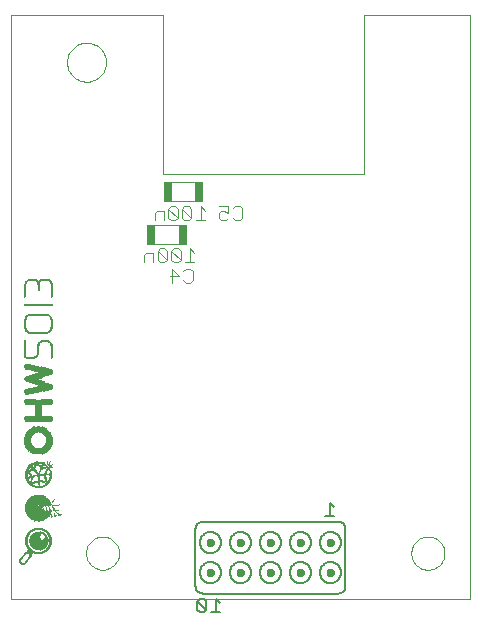
<source format=gbo>
G75*
G70*
%OFA0B0*%
%FSLAX24Y24*%
%IPPOS*%
%LPD*%
%AMOC8*
5,1,8,0,0,1.08239X$1,22.5*
%
%ADD10C,0.0000*%
%ADD11R,0.0010X0.0080*%
%ADD12R,0.0010X0.0120*%
%ADD13R,0.0010X0.0150*%
%ADD14R,0.0010X0.0180*%
%ADD15R,0.0010X0.0200*%
%ADD16R,0.0010X0.0090*%
%ADD17R,0.0010X0.0070*%
%ADD18R,0.0010X0.0060*%
%ADD19R,0.0010X0.0050*%
%ADD20R,0.0010X0.0040*%
%ADD21R,0.0010X0.0030*%
%ADD22R,0.0010X0.0250*%
%ADD23R,0.0010X0.0100*%
%ADD24R,0.0010X0.0600*%
%ADD25R,0.0010X0.0310*%
%ADD26R,0.0010X0.0450*%
%ADD27R,0.0010X0.0130*%
%ADD28R,0.0010X0.0110*%
%ADD29R,0.0010X0.0390*%
%ADD30R,0.0010X0.0480*%
%ADD31R,0.0010X0.0140*%
%ADD32R,0.0010X0.0370*%
%ADD33R,0.0010X0.0440*%
%ADD34R,0.0010X0.0500*%
%ADD35R,0.0010X0.0190*%
%ADD36R,0.0010X0.0230*%
%ADD37R,0.0010X0.0410*%
%ADD38R,0.0010X0.0170*%
%ADD39R,0.0010X0.0160*%
%ADD40R,0.0010X0.0470*%
%ADD41R,0.0010X0.0520*%
%ADD42R,0.0010X0.0270*%
%ADD43R,0.0010X0.0290*%
%ADD44R,0.0010X0.0510*%
%ADD45R,0.0010X0.0330*%
%ADD46R,0.0010X0.0350*%
%ADD47R,0.0010X0.0490*%
%ADD48R,0.0010X0.0380*%
%ADD49R,0.0010X0.0430*%
%ADD50R,0.0010X0.0420*%
%ADD51R,0.0010X0.0550*%
%ADD52R,0.0010X0.0210*%
%ADD53R,0.0010X0.0010*%
%ADD54R,0.0010X0.0570*%
%ADD55R,0.0010X0.0220*%
%ADD56R,0.0010X0.0630*%
%ADD57R,0.0010X0.0650*%
%ADD58R,0.0010X0.0280*%
%ADD59R,0.0010X0.0240*%
%ADD60R,0.0010X0.0670*%
%ADD61R,0.0010X0.0260*%
%ADD62R,0.0010X0.0590*%
%ADD63R,0.0010X0.0690*%
%ADD64R,0.0010X0.0620*%
%ADD65R,0.0010X0.0710*%
%ADD66R,0.0010X0.0640*%
%ADD67R,0.0010X0.0720*%
%ADD68R,0.0010X0.0740*%
%ADD69R,0.0010X0.0760*%
%ADD70R,0.0010X0.0320*%
%ADD71R,0.0010X0.0770*%
%ADD72R,0.0010X0.0300*%
%ADD73R,0.0010X0.0790*%
%ADD74R,0.0010X0.0360*%
%ADD75R,0.0010X0.0340*%
%ADD76R,0.0010X0.0730*%
%ADD77R,0.0010X0.0750*%
%ADD78R,0.0010X0.0400*%
%ADD79R,0.0010X0.0780*%
%ADD80R,0.0010X0.0460*%
%ADD81R,0.0010X0.0800*%
%ADD82R,0.0010X0.0810*%
%ADD83R,0.0010X0.0820*%
%ADD84R,0.0010X0.0830*%
%ADD85R,0.0010X0.0540*%
%ADD86R,0.0010X0.0840*%
%ADD87R,0.0010X0.0560*%
%ADD88R,0.0010X0.0530*%
%ADD89R,0.0010X0.0580*%
%ADD90R,0.0010X0.0020*%
%ADD91R,0.0010X0.0610*%
%ADD92R,0.0295X0.0669*%
%ADD93C,0.0040*%
%ADD94C,0.0060*%
%ADD95C,0.0050*%
%ADD96C,0.0160*%
D10*
X000605Y000776D02*
X000605Y020264D01*
X005648Y020264D01*
X005648Y014949D01*
X012341Y014949D01*
X012341Y020264D01*
X015884Y020264D01*
X015884Y000776D01*
X000605Y000776D01*
X003090Y002312D02*
X003092Y002359D01*
X003098Y002405D01*
X003108Y002451D01*
X003121Y002496D01*
X003139Y002539D01*
X003160Y002581D01*
X003184Y002621D01*
X003212Y002658D01*
X003243Y002693D01*
X003277Y002726D01*
X003313Y002755D01*
X003352Y002781D01*
X003393Y002804D01*
X003436Y002823D01*
X003480Y002839D01*
X003525Y002851D01*
X003571Y002859D01*
X003618Y002863D01*
X003664Y002863D01*
X003711Y002859D01*
X003757Y002851D01*
X003802Y002839D01*
X003846Y002823D01*
X003889Y002804D01*
X003930Y002781D01*
X003969Y002755D01*
X004005Y002726D01*
X004039Y002693D01*
X004070Y002658D01*
X004098Y002621D01*
X004122Y002581D01*
X004143Y002539D01*
X004161Y002496D01*
X004174Y002451D01*
X004184Y002405D01*
X004190Y002359D01*
X004192Y002312D01*
X004190Y002265D01*
X004184Y002219D01*
X004174Y002173D01*
X004161Y002128D01*
X004143Y002085D01*
X004122Y002043D01*
X004098Y002003D01*
X004070Y001966D01*
X004039Y001931D01*
X004005Y001898D01*
X003969Y001869D01*
X003930Y001843D01*
X003889Y001820D01*
X003846Y001801D01*
X003802Y001785D01*
X003757Y001773D01*
X003711Y001765D01*
X003664Y001761D01*
X003618Y001761D01*
X003571Y001765D01*
X003525Y001773D01*
X003480Y001785D01*
X003436Y001801D01*
X003393Y001820D01*
X003352Y001843D01*
X003313Y001869D01*
X003277Y001898D01*
X003243Y001931D01*
X003212Y001966D01*
X003184Y002003D01*
X003160Y002043D01*
X003139Y002085D01*
X003121Y002128D01*
X003108Y002173D01*
X003098Y002219D01*
X003092Y002265D01*
X003090Y002312D01*
X013936Y002311D02*
X013938Y002358D01*
X013944Y002404D01*
X013954Y002450D01*
X013967Y002495D01*
X013985Y002538D01*
X014006Y002580D01*
X014030Y002620D01*
X014058Y002657D01*
X014089Y002692D01*
X014123Y002725D01*
X014159Y002754D01*
X014198Y002780D01*
X014239Y002803D01*
X014282Y002822D01*
X014326Y002838D01*
X014371Y002850D01*
X014417Y002858D01*
X014464Y002862D01*
X014510Y002862D01*
X014557Y002858D01*
X014603Y002850D01*
X014648Y002838D01*
X014692Y002822D01*
X014735Y002803D01*
X014776Y002780D01*
X014815Y002754D01*
X014851Y002725D01*
X014885Y002692D01*
X014916Y002657D01*
X014944Y002620D01*
X014968Y002580D01*
X014989Y002538D01*
X015007Y002495D01*
X015020Y002450D01*
X015030Y002404D01*
X015036Y002358D01*
X015038Y002311D01*
X015036Y002264D01*
X015030Y002218D01*
X015020Y002172D01*
X015007Y002127D01*
X014989Y002084D01*
X014968Y002042D01*
X014944Y002002D01*
X014916Y001965D01*
X014885Y001930D01*
X014851Y001897D01*
X014815Y001868D01*
X014776Y001842D01*
X014735Y001819D01*
X014692Y001800D01*
X014648Y001784D01*
X014603Y001772D01*
X014557Y001764D01*
X014510Y001760D01*
X014464Y001760D01*
X014417Y001764D01*
X014371Y001772D01*
X014326Y001784D01*
X014282Y001800D01*
X014239Y001819D01*
X014198Y001842D01*
X014159Y001868D01*
X014123Y001897D01*
X014089Y001930D01*
X014058Y001965D01*
X014030Y002002D01*
X014006Y002042D01*
X013985Y002084D01*
X013967Y002127D01*
X013954Y002172D01*
X013944Y002218D01*
X013938Y002264D01*
X013936Y002311D01*
X002455Y018676D02*
X002457Y018726D01*
X002463Y018776D01*
X002473Y018826D01*
X002486Y018874D01*
X002503Y018922D01*
X002524Y018968D01*
X002548Y019012D01*
X002576Y019054D01*
X002607Y019094D01*
X002641Y019131D01*
X002678Y019166D01*
X002717Y019197D01*
X002758Y019226D01*
X002802Y019251D01*
X002848Y019273D01*
X002895Y019291D01*
X002943Y019305D01*
X002992Y019316D01*
X003042Y019323D01*
X003092Y019326D01*
X003143Y019325D01*
X003193Y019320D01*
X003243Y019311D01*
X003291Y019299D01*
X003339Y019282D01*
X003385Y019262D01*
X003430Y019239D01*
X003473Y019212D01*
X003513Y019182D01*
X003551Y019149D01*
X003586Y019113D01*
X003619Y019074D01*
X003648Y019033D01*
X003674Y018990D01*
X003697Y018945D01*
X003716Y018898D01*
X003731Y018850D01*
X003743Y018801D01*
X003751Y018751D01*
X003755Y018701D01*
X003755Y018651D01*
X003751Y018601D01*
X003743Y018551D01*
X003731Y018502D01*
X003716Y018454D01*
X003697Y018407D01*
X003674Y018362D01*
X003648Y018319D01*
X003619Y018278D01*
X003586Y018239D01*
X003551Y018203D01*
X003513Y018170D01*
X003473Y018140D01*
X003430Y018113D01*
X003385Y018090D01*
X003339Y018070D01*
X003291Y018053D01*
X003243Y018041D01*
X003193Y018032D01*
X003143Y018027D01*
X003092Y018026D01*
X003042Y018029D01*
X002992Y018036D01*
X002943Y018047D01*
X002895Y018061D01*
X002848Y018079D01*
X002802Y018101D01*
X002758Y018126D01*
X002717Y018155D01*
X002678Y018186D01*
X002641Y018221D01*
X002607Y018258D01*
X002576Y018298D01*
X002548Y018340D01*
X002524Y018384D01*
X002503Y018430D01*
X002486Y018478D01*
X002473Y018526D01*
X002463Y018576D01*
X002457Y018626D01*
X002455Y018676D01*
D11*
X001915Y011381D03*
X001575Y011371D03*
X001125Y011351D03*
X001125Y010191D03*
X001135Y009711D03*
X001145Y009701D03*
X001565Y009321D03*
X001915Y009321D03*
X001915Y009721D03*
X001475Y008891D03*
X001595Y005321D03*
X001605Y005321D03*
X001635Y005311D03*
X001685Y005291D03*
X001695Y005291D03*
X001705Y005281D03*
X001715Y005281D03*
X001585Y005191D03*
X001575Y005201D03*
X001565Y005211D03*
X001555Y005221D03*
X001385Y005301D03*
X001375Y005301D03*
X001365Y005291D03*
X001355Y005291D03*
X001345Y005281D03*
X001335Y005281D03*
X001205Y004981D03*
X001215Y004971D03*
X001295Y004861D03*
X001475Y004981D03*
X001485Y004971D03*
X001325Y004571D03*
X001345Y004561D03*
X001355Y004551D03*
X001365Y004551D03*
X001385Y004541D03*
X001395Y004541D03*
X001415Y004531D03*
X001425Y004531D03*
X001465Y004521D03*
X001475Y004521D03*
X001485Y004521D03*
X001555Y004521D03*
X001845Y004661D03*
X001995Y004011D03*
X002075Y003731D03*
X001665Y003881D03*
X001585Y003811D03*
X001625Y003731D03*
X001615Y003721D03*
X001605Y003111D03*
X001645Y003101D03*
X001665Y003091D03*
X001675Y003091D03*
X001695Y003081D03*
X001715Y003071D03*
X001735Y003061D03*
X001635Y002971D03*
X001445Y003111D03*
X001435Y003111D03*
X001405Y003101D03*
X001375Y003091D03*
X001355Y003081D03*
X001345Y003081D03*
X001335Y003071D03*
X001315Y003061D03*
X001345Y002351D03*
X001355Y002351D03*
X001365Y002341D03*
X001375Y002341D03*
X001395Y002331D03*
X001405Y002331D03*
X001425Y002321D03*
X001435Y002321D03*
X001495Y002311D03*
X001505Y002311D03*
X001515Y002311D03*
X001525Y002311D03*
X001535Y002311D03*
X001545Y002311D03*
X001555Y002311D03*
X001615Y002321D03*
X001645Y002331D03*
X001655Y002331D03*
X001675Y002341D03*
X001685Y002341D03*
X001695Y002351D03*
X001705Y002351D03*
X001715Y002361D03*
X001735Y002371D03*
X001205Y002141D03*
X001075Y002281D03*
X001085Y002291D03*
X001065Y002271D03*
X001035Y002231D03*
X001005Y002191D03*
X000975Y002151D03*
X000895Y002041D03*
X000945Y001981D03*
D12*
X000905Y002041D03*
X001175Y002361D03*
X001205Y002961D03*
X001215Y002971D03*
X001595Y002971D03*
X001835Y002971D03*
X001855Y002941D03*
X001845Y002471D03*
X001835Y002461D03*
X001545Y003681D03*
X001545Y003811D03*
X001255Y004631D03*
X001205Y004681D03*
X001555Y004961D03*
X001615Y005141D03*
X001625Y005161D03*
X001675Y005281D03*
X001495Y005301D03*
X001265Y005221D03*
X001215Y005181D03*
X001205Y005171D03*
X001775Y005031D03*
X001885Y004731D03*
X001075Y007691D03*
X001075Y008521D03*
X001545Y009281D03*
D13*
X001085Y008526D03*
X001095Y008106D03*
X001085Y007686D03*
X001085Y007336D03*
X001085Y006786D03*
X001055Y006066D03*
X001435Y005276D03*
X001285Y005216D03*
X001355Y005126D03*
X001385Y005106D03*
X001565Y004976D03*
X001605Y005136D03*
X001635Y005176D03*
X001775Y004776D03*
X001915Y004796D03*
X001925Y004816D03*
X001315Y004606D03*
X001265Y004646D03*
X001605Y003926D03*
X001515Y003816D03*
X001505Y003816D03*
X001895Y003966D03*
X001895Y003646D03*
X001875Y002906D03*
X001875Y002526D03*
X001305Y002346D03*
X001175Y002526D03*
X001175Y002906D03*
X000915Y002036D03*
X001955Y007856D03*
X001955Y008346D03*
D14*
X001935Y008351D03*
X001935Y007851D03*
X001125Y008101D03*
X001105Y007691D03*
X001105Y007341D03*
X001105Y006791D03*
X001425Y005261D03*
X001305Y005211D03*
X001335Y005141D03*
X001165Y004761D03*
X001275Y004651D03*
X001875Y003981D03*
X001865Y003621D03*
X001885Y002881D03*
X001835Y002721D03*
X001955Y002711D03*
X001885Y002551D03*
X000925Y002041D03*
X001105Y008521D03*
D15*
X001125Y008521D03*
X001135Y008521D03*
X001155Y008101D03*
X001135Y007691D03*
X001125Y007691D03*
X001125Y007341D03*
X001125Y006791D03*
X001915Y006791D03*
X001915Y007341D03*
X001915Y008351D03*
X001985Y006071D03*
X001165Y005081D03*
X001095Y004921D03*
X001575Y004151D03*
X001585Y004141D03*
X001455Y003821D03*
X001845Y003611D03*
X000935Y002041D03*
D16*
X000945Y002106D03*
X000955Y002126D03*
X000965Y002136D03*
X000985Y002166D03*
X000995Y002176D03*
X001015Y002206D03*
X001025Y002216D03*
X001045Y002246D03*
X001055Y002256D03*
X001215Y002156D03*
X001195Y002126D03*
X001185Y002116D03*
X001175Y002106D03*
X001165Y002086D03*
X001155Y002076D03*
X001145Y002066D03*
X001135Y002046D03*
X001125Y002036D03*
X001115Y002026D03*
X001105Y002006D03*
X001095Y001996D03*
X001085Y001986D03*
X001335Y002356D03*
X001725Y002366D03*
X001745Y002376D03*
X001755Y002386D03*
X001765Y002396D03*
X001775Y002396D03*
X001785Y002406D03*
X001795Y002416D03*
X001625Y002976D03*
X001615Y002976D03*
X001705Y003076D03*
X001725Y003066D03*
X001745Y003056D03*
X001755Y003046D03*
X001765Y003036D03*
X001325Y003066D03*
X001305Y003056D03*
X001295Y003046D03*
X001285Y003036D03*
X001275Y003036D03*
X001265Y003026D03*
X001255Y003016D03*
X001605Y003716D03*
X001645Y003746D03*
X001575Y003806D03*
X001925Y003946D03*
X002065Y003736D03*
X001825Y004646D03*
X001855Y004676D03*
X001705Y004906D03*
X001575Y005036D03*
X001465Y004996D03*
X001455Y005006D03*
X001285Y004866D03*
X001335Y004566D03*
X001085Y004926D03*
X001465Y005316D03*
X001065Y008106D03*
X001555Y009306D03*
X001125Y009726D03*
X001925Y009736D03*
X001925Y009306D03*
X001925Y010176D03*
X001925Y011366D03*
X001495Y011356D03*
D17*
X001485Y011376D03*
X001475Y011386D03*
X001465Y011396D03*
X001155Y011386D03*
X001145Y011376D03*
X001135Y011366D03*
X001145Y010216D03*
X001135Y010206D03*
X001155Y009696D03*
X001165Y009686D03*
X001575Y009336D03*
X001585Y009346D03*
X001895Y009346D03*
X001905Y009336D03*
X001905Y009706D03*
X001915Y010196D03*
X001905Y010206D03*
X001465Y008876D03*
X001455Y008866D03*
X001445Y008856D03*
X001985Y007856D03*
X001985Y007336D03*
X001985Y006786D03*
X001585Y005326D03*
X001575Y005326D03*
X001565Y005326D03*
X001555Y005326D03*
X001545Y005326D03*
X001535Y005326D03*
X001525Y005326D03*
X001525Y005246D03*
X001535Y005236D03*
X001545Y005226D03*
X001615Y005316D03*
X001625Y005316D03*
X001665Y005146D03*
X001805Y005196D03*
X001885Y005126D03*
X001885Y005266D03*
X001395Y005306D03*
X001225Y004956D03*
X001235Y004946D03*
X001245Y004936D03*
X001235Y004836D03*
X001205Y004826D03*
X001195Y004826D03*
X001185Y004826D03*
X001375Y004546D03*
X001405Y004536D03*
X001435Y004526D03*
X001445Y004526D03*
X001455Y004526D03*
X001495Y004516D03*
X001505Y004516D03*
X001515Y004516D03*
X001525Y004516D03*
X001535Y004516D03*
X001715Y004556D03*
X001735Y004566D03*
X002005Y004026D03*
X001895Y003776D03*
X002055Y003756D03*
X002085Y003726D03*
X001655Y003746D03*
X001595Y003806D03*
X001595Y003116D03*
X001585Y003116D03*
X001575Y003116D03*
X001565Y003116D03*
X001555Y003116D03*
X001545Y003116D03*
X001535Y003116D03*
X001525Y003116D03*
X001515Y003116D03*
X001505Y003116D03*
X001495Y003116D03*
X001485Y003116D03*
X001475Y003116D03*
X001465Y003116D03*
X001455Y003116D03*
X001425Y003106D03*
X001415Y003106D03*
X001395Y003096D03*
X001385Y003096D03*
X001365Y003086D03*
X001615Y003106D03*
X001625Y003106D03*
X001635Y003106D03*
X001655Y003096D03*
X001685Y003086D03*
X001655Y002976D03*
X001645Y002976D03*
X001745Y002916D03*
X001665Y002336D03*
X001635Y002326D03*
X001625Y002326D03*
X001605Y002316D03*
X001595Y002316D03*
X001585Y002316D03*
X001575Y002316D03*
X001565Y002316D03*
X001485Y002316D03*
X001475Y002316D03*
X001465Y002316D03*
X001455Y002316D03*
X001445Y002316D03*
X001415Y002326D03*
X001385Y002336D03*
X001095Y002306D03*
X001075Y001976D03*
X001065Y001966D03*
X000955Y001966D03*
X001085Y002716D03*
D18*
X001115Y002321D03*
X001125Y002321D03*
X001105Y002311D03*
X001055Y001961D03*
X001045Y001951D03*
X001035Y001951D03*
X000985Y001951D03*
X000975Y001951D03*
X000965Y001961D03*
X001665Y002971D03*
X001675Y002971D03*
X001695Y002961D03*
X001715Y002951D03*
X001725Y002941D03*
X001735Y002931D03*
X002065Y003561D03*
X002055Y003571D03*
X002095Y003721D03*
X002045Y003771D03*
X001945Y003711D03*
X001885Y003791D03*
X001785Y003791D03*
X001675Y003881D03*
X001605Y003811D03*
X001935Y003931D03*
X001665Y004531D03*
X001655Y004531D03*
X001675Y004541D03*
X001685Y004541D03*
X001695Y004551D03*
X001705Y004551D03*
X001725Y004561D03*
X001745Y004571D03*
X001765Y004581D03*
X001775Y004651D03*
X001835Y004641D03*
X001905Y004931D03*
X001895Y005101D03*
X001845Y005131D03*
X001835Y005111D03*
X001795Y005071D03*
X001695Y005151D03*
X001685Y005151D03*
X001675Y005151D03*
X001845Y005261D03*
X001835Y005281D03*
X001895Y005291D03*
X001695Y004921D03*
X001635Y004931D03*
X001625Y004931D03*
X001615Y004931D03*
X001605Y004931D03*
X001595Y004931D03*
X001585Y004931D03*
X001575Y004931D03*
X001305Y005081D03*
X001285Y005071D03*
X001275Y005071D03*
X001265Y005071D03*
X001225Y005061D03*
X001255Y004921D03*
X001255Y004841D03*
X001245Y004841D03*
X001225Y004831D03*
X001215Y004831D03*
X001995Y006071D03*
X001985Y008351D03*
X001435Y008851D03*
X001415Y008841D03*
X001385Y008831D03*
X001595Y009351D03*
X001605Y009361D03*
X001615Y009361D03*
X001635Y009371D03*
X001805Y009381D03*
X001845Y009371D03*
X001865Y009361D03*
X001875Y009361D03*
X001885Y009351D03*
X001795Y009661D03*
X001865Y009681D03*
X001885Y009691D03*
X001895Y009701D03*
X001895Y010221D03*
X001885Y010221D03*
X001875Y010231D03*
X001855Y010241D03*
X001215Y010251D03*
X001185Y010241D03*
X001165Y010231D03*
X001155Y010221D03*
X001175Y009681D03*
X001185Y009671D03*
X001195Y009671D03*
X001225Y009661D03*
X001235Y009661D03*
X001245Y009661D03*
X001165Y011391D03*
X001175Y011401D03*
X001255Y011421D03*
X001265Y011421D03*
X001275Y011421D03*
X001285Y011421D03*
X001295Y011421D03*
X001305Y011421D03*
X001315Y011421D03*
X001325Y011421D03*
X001335Y011421D03*
X001345Y011421D03*
X001355Y011421D03*
X001365Y011421D03*
X001375Y011421D03*
X001385Y011421D03*
X001435Y011411D03*
X001455Y011401D03*
X001585Y011381D03*
X001595Y011391D03*
X001605Y011401D03*
X001615Y011401D03*
X001635Y011411D03*
X001685Y011421D03*
X001695Y011421D03*
X001705Y011421D03*
X001715Y011421D03*
X001725Y011421D03*
X001735Y011421D03*
X001745Y011421D03*
X001755Y011421D03*
X001765Y011421D03*
X001775Y011421D03*
X001785Y011421D03*
X001795Y011421D03*
X001805Y011421D03*
X001815Y011421D03*
X001895Y011401D03*
X001905Y011391D03*
D19*
X001885Y011406D03*
X001875Y011406D03*
X001865Y011416D03*
X001855Y011416D03*
X001845Y011416D03*
X001835Y011416D03*
X001825Y011416D03*
X001675Y011416D03*
X001665Y011416D03*
X001655Y011416D03*
X001645Y011416D03*
X001625Y011406D03*
X001445Y011406D03*
X001425Y011416D03*
X001415Y011416D03*
X001405Y011416D03*
X001395Y011416D03*
X001245Y011416D03*
X001235Y011416D03*
X001225Y011416D03*
X001215Y011416D03*
X001205Y011416D03*
X001195Y011406D03*
X001185Y011406D03*
X001185Y010576D03*
X001195Y010576D03*
X001205Y010576D03*
X001215Y010576D03*
X001225Y010576D03*
X001235Y010576D03*
X001245Y010576D03*
X001255Y010576D03*
X001265Y010576D03*
X001275Y010576D03*
X001285Y010576D03*
X001295Y010576D03*
X001305Y010576D03*
X001315Y010576D03*
X001325Y010576D03*
X001335Y010576D03*
X001345Y010576D03*
X001355Y010576D03*
X001365Y010576D03*
X001375Y010576D03*
X001385Y010576D03*
X001395Y010576D03*
X001405Y010576D03*
X001415Y010576D03*
X001425Y010576D03*
X001435Y010576D03*
X001445Y010576D03*
X001455Y010576D03*
X001465Y010576D03*
X001475Y010576D03*
X001485Y010576D03*
X001495Y010576D03*
X001505Y010576D03*
X001515Y010576D03*
X001525Y010576D03*
X001535Y010576D03*
X001545Y010576D03*
X001555Y010576D03*
X001565Y010576D03*
X001575Y010576D03*
X001585Y010576D03*
X001595Y010576D03*
X001605Y010576D03*
X001615Y010576D03*
X001625Y010576D03*
X001635Y010576D03*
X001645Y010576D03*
X001655Y010576D03*
X001665Y010576D03*
X001675Y010576D03*
X001685Y010576D03*
X001695Y010576D03*
X001705Y010576D03*
X001715Y010576D03*
X001725Y010576D03*
X001735Y010576D03*
X001745Y010576D03*
X001755Y010576D03*
X001765Y010576D03*
X001775Y010576D03*
X001785Y010576D03*
X001795Y010576D03*
X001805Y010576D03*
X001815Y010576D03*
X001825Y010576D03*
X001835Y010576D03*
X001845Y010576D03*
X001855Y010576D03*
X001865Y010576D03*
X001875Y010576D03*
X001885Y010576D03*
X001895Y010576D03*
X001905Y010576D03*
X001915Y010576D03*
X001925Y010576D03*
X001935Y010576D03*
X001945Y010576D03*
X001955Y010576D03*
X001965Y010576D03*
X001975Y010576D03*
X001985Y010576D03*
X001825Y010256D03*
X001815Y010256D03*
X001805Y010256D03*
X001795Y010256D03*
X001785Y010256D03*
X001775Y010256D03*
X001765Y010256D03*
X001755Y010256D03*
X001745Y010256D03*
X001735Y010256D03*
X001725Y010256D03*
X001715Y010256D03*
X001705Y010256D03*
X001695Y010256D03*
X001685Y010256D03*
X001675Y010256D03*
X001665Y010256D03*
X001655Y010256D03*
X001645Y010256D03*
X001635Y010256D03*
X001625Y010256D03*
X001615Y010256D03*
X001605Y010256D03*
X001595Y010256D03*
X001585Y010256D03*
X001575Y010256D03*
X001565Y010256D03*
X001555Y010256D03*
X001545Y010256D03*
X001535Y010256D03*
X001525Y010256D03*
X001515Y010256D03*
X001505Y010256D03*
X001495Y010256D03*
X001485Y010256D03*
X001475Y010256D03*
X001465Y010256D03*
X001455Y010256D03*
X001445Y010256D03*
X001435Y010256D03*
X001425Y010256D03*
X001415Y010256D03*
X001405Y010256D03*
X001395Y010256D03*
X001385Y010256D03*
X001375Y010256D03*
X001365Y010256D03*
X001355Y010256D03*
X001345Y010256D03*
X001335Y010256D03*
X001325Y010256D03*
X001315Y010256D03*
X001305Y010256D03*
X001295Y010256D03*
X001285Y010256D03*
X001275Y010256D03*
X001265Y010256D03*
X001255Y010256D03*
X001245Y010256D03*
X001235Y010256D03*
X001225Y010256D03*
X001205Y010246D03*
X001195Y010246D03*
X001175Y010236D03*
X001175Y010576D03*
X001165Y010576D03*
X001155Y010576D03*
X001145Y010576D03*
X001135Y010576D03*
X001125Y010576D03*
X001115Y010576D03*
X001105Y010576D03*
X001095Y010576D03*
X001085Y010576D03*
X001075Y010576D03*
X001065Y010576D03*
X001205Y009666D03*
X001215Y009666D03*
X001255Y009656D03*
X001265Y009656D03*
X001275Y009656D03*
X001285Y009656D03*
X001295Y009656D03*
X001305Y009656D03*
X001315Y009656D03*
X001325Y009656D03*
X001335Y009656D03*
X001345Y009656D03*
X001355Y009656D03*
X001365Y009656D03*
X001375Y009656D03*
X001385Y009656D03*
X001395Y009656D03*
X001405Y009656D03*
X001415Y009656D03*
X001425Y009656D03*
X001435Y009656D03*
X001445Y009656D03*
X001455Y009656D03*
X001465Y009656D03*
X001475Y009656D03*
X001485Y009656D03*
X001495Y009656D03*
X001505Y009656D03*
X001515Y009656D03*
X001525Y009656D03*
X001535Y009656D03*
X001545Y009656D03*
X001555Y009656D03*
X001565Y009656D03*
X001575Y009656D03*
X001585Y009656D03*
X001595Y009656D03*
X001605Y009656D03*
X001615Y009656D03*
X001625Y009656D03*
X001635Y009656D03*
X001645Y009656D03*
X001655Y009656D03*
X001665Y009656D03*
X001675Y009656D03*
X001685Y009656D03*
X001695Y009656D03*
X001705Y009656D03*
X001715Y009656D03*
X001725Y009656D03*
X001735Y009656D03*
X001745Y009656D03*
X001755Y009656D03*
X001765Y009656D03*
X001775Y009656D03*
X001785Y009656D03*
X001805Y009666D03*
X001815Y009666D03*
X001825Y009666D03*
X001835Y009666D03*
X001845Y009676D03*
X001855Y009676D03*
X001875Y009686D03*
X001795Y009386D03*
X001785Y009386D03*
X001775Y009386D03*
X001765Y009386D03*
X001755Y009386D03*
X001745Y009386D03*
X001735Y009386D03*
X001725Y009386D03*
X001715Y009386D03*
X001705Y009386D03*
X001695Y009386D03*
X001685Y009386D03*
X001675Y009376D03*
X001665Y009376D03*
X001655Y009376D03*
X001645Y009376D03*
X001625Y009366D03*
X001815Y009376D03*
X001825Y009376D03*
X001835Y009376D03*
X001855Y009366D03*
X001425Y008846D03*
X001405Y008836D03*
X001395Y008836D03*
X001375Y008826D03*
X001365Y008826D03*
X001355Y008826D03*
X001345Y008826D03*
X001335Y008826D03*
X001325Y008826D03*
X001315Y008826D03*
X001305Y008826D03*
X001295Y008826D03*
X001285Y008826D03*
X001275Y008826D03*
X001265Y008826D03*
X001255Y008826D03*
X001245Y008826D03*
X001235Y008826D03*
X001225Y008826D03*
X001215Y008826D03*
X001205Y008826D03*
X001195Y008826D03*
X001185Y008826D03*
X001175Y008826D03*
X001165Y008826D03*
X001155Y008826D03*
X001145Y008826D03*
X001135Y008826D03*
X001125Y008826D03*
X001115Y008826D03*
X001835Y010246D03*
X001845Y010246D03*
X001865Y010236D03*
X001055Y006786D03*
X001725Y005256D03*
X001725Y005156D03*
X001735Y005156D03*
X001715Y005156D03*
X001705Y005156D03*
X001815Y005196D03*
X001825Y005196D03*
X001835Y005196D03*
X001895Y005196D03*
X001905Y005196D03*
X001915Y005196D03*
X001875Y005136D03*
X001855Y005136D03*
X001855Y005256D03*
X001875Y005256D03*
X001895Y004936D03*
X001915Y004936D03*
X001655Y004926D03*
X001645Y004926D03*
X001585Y004716D03*
X001575Y004716D03*
X001565Y004716D03*
X001555Y004716D03*
X001605Y004706D03*
X001615Y004706D03*
X001635Y004526D03*
X001645Y004526D03*
X001625Y004516D03*
X001615Y004516D03*
X001755Y004576D03*
X001775Y004586D03*
X001385Y004666D03*
X001375Y004666D03*
X001365Y004666D03*
X001345Y004656D03*
X001335Y004656D03*
X001325Y004656D03*
X001335Y004866D03*
X001345Y004866D03*
X001295Y005076D03*
X001255Y005066D03*
X001245Y005066D03*
X001235Y005066D03*
X001215Y005056D03*
X001205Y005056D03*
X002025Y004046D03*
X002015Y004036D03*
X002025Y003796D03*
X002035Y003786D03*
X001875Y003816D03*
X001775Y003816D03*
X001665Y003736D03*
X001625Y003806D03*
X001615Y003806D03*
X001945Y003546D03*
X002075Y003556D03*
X002195Y003596D03*
X002205Y003586D03*
X002215Y003586D03*
X002225Y003586D03*
X001705Y002956D03*
X001685Y002966D03*
X001225Y002716D03*
X001155Y002326D03*
X001145Y002326D03*
X001135Y002326D03*
X001025Y001946D03*
X001015Y001946D03*
X001005Y001946D03*
X000995Y001946D03*
D20*
X001275Y002231D03*
X002085Y003551D03*
X002045Y003601D03*
X002175Y003611D03*
X002185Y003601D03*
X002235Y003581D03*
X002245Y003581D03*
X002105Y003721D03*
X002015Y003811D03*
X001685Y003881D03*
X001575Y004501D03*
X001565Y004501D03*
X001585Y004511D03*
X001595Y004511D03*
X001605Y004511D03*
X001665Y004691D03*
X001675Y004691D03*
X001685Y004691D03*
X001655Y004701D03*
X001645Y004701D03*
X001635Y004701D03*
X001625Y004701D03*
X001595Y004711D03*
X001485Y004691D03*
X001445Y004681D03*
X001435Y004681D03*
X001425Y004681D03*
X001415Y004671D03*
X001405Y004671D03*
X001395Y004671D03*
X001355Y004661D03*
X001325Y004861D03*
X001355Y004871D03*
X001365Y004871D03*
X001375Y004871D03*
X001395Y004881D03*
X001405Y004881D03*
X001665Y004931D03*
X001675Y004931D03*
X001685Y004931D03*
X001825Y005081D03*
X001905Y005071D03*
X001965Y004921D03*
X001825Y005311D03*
X001905Y005321D03*
X001735Y005241D03*
X001745Y005161D03*
X001725Y004681D03*
X001055Y007341D03*
X001055Y007691D03*
X001055Y008521D03*
D21*
X001055Y008106D03*
X001815Y005336D03*
X001915Y005346D03*
X001865Y005246D03*
X001925Y005216D03*
X001935Y005216D03*
X001935Y005176D03*
X001925Y005176D03*
X001955Y005166D03*
X001865Y005146D03*
X001795Y005176D03*
X001795Y005216D03*
X001775Y005226D03*
X001755Y005226D03*
X001745Y005236D03*
X001755Y005166D03*
X001805Y005086D03*
X001815Y005056D03*
X001915Y005006D03*
X001825Y004926D03*
X001815Y004926D03*
X001805Y004926D03*
X001795Y004926D03*
X001785Y004926D03*
X001775Y004926D03*
X001715Y004686D03*
X001705Y004686D03*
X001695Y004686D03*
X001735Y004676D03*
X001745Y004676D03*
X001755Y004676D03*
X001765Y004676D03*
X001515Y004696D03*
X001505Y004696D03*
X001495Y004696D03*
X001475Y004686D03*
X001465Y004686D03*
X001455Y004686D03*
X001435Y004886D03*
X001425Y004886D03*
X001415Y004886D03*
X001445Y004896D03*
X001455Y004896D03*
X001465Y004896D03*
X001385Y004876D03*
X002035Y004056D03*
X002075Y003896D03*
X002085Y003896D03*
X002095Y003896D03*
X002105Y003886D03*
X002005Y003826D03*
X001945Y003916D03*
X001855Y003856D03*
X001865Y003836D03*
X001765Y003846D03*
X001955Y003716D03*
X002115Y003716D03*
X002155Y003626D03*
X002165Y003616D03*
X002095Y003546D03*
X001975Y003516D03*
X001155Y002376D03*
D22*
X001205Y002406D03*
X001945Y002716D03*
X001565Y003496D03*
X001555Y003496D03*
X001635Y004106D03*
X001625Y004116D03*
X001295Y004676D03*
X001745Y004896D03*
X001695Y005746D03*
X001685Y005746D03*
X001705Y005756D03*
X001355Y005746D03*
X001335Y005756D03*
X001065Y006066D03*
X001335Y006376D03*
X001345Y006386D03*
X001695Y006386D03*
X001705Y006376D03*
X001825Y007866D03*
X001825Y008346D03*
X001835Y008346D03*
X001235Y008106D03*
X001225Y008106D03*
X001985Y009956D03*
D23*
X001485Y008911D03*
X001065Y008521D03*
X001065Y007691D03*
X001065Y007341D03*
X001065Y006791D03*
X001455Y005311D03*
X001475Y005311D03*
X001585Y005061D03*
X001445Y005021D03*
X001435Y005031D03*
X001425Y005041D03*
X001495Y004941D03*
X001275Y004871D03*
X001235Y004641D03*
X001245Y004631D03*
X001235Y005201D03*
X001245Y005211D03*
X001255Y005221D03*
X001785Y005051D03*
X001865Y004691D03*
X001565Y003811D03*
X001595Y003711D03*
X001585Y003701D03*
X001935Y003701D03*
X001955Y003561D03*
X001775Y003031D03*
X001785Y003021D03*
X001795Y003011D03*
X001805Y003001D03*
X001815Y002991D03*
X001605Y002971D03*
X001845Y002721D03*
X001325Y002351D03*
X001165Y002351D03*
X001245Y003001D03*
X001115Y011331D03*
X001565Y011351D03*
D24*
X001105Y009101D03*
X001095Y009101D03*
X001085Y009101D03*
X001075Y009101D03*
X001065Y009101D03*
X001155Y006071D03*
X001445Y002721D03*
X001455Y002721D03*
X001465Y002721D03*
D25*
X001695Y002606D03*
X001705Y002616D03*
X001725Y002626D03*
X001935Y002716D03*
X001665Y003546D03*
X001805Y003626D03*
X001755Y004026D03*
X001455Y004086D03*
X001445Y004086D03*
X001415Y003536D03*
X001405Y003536D03*
X001265Y002716D03*
X001755Y004896D03*
X001075Y006066D03*
X001725Y007866D03*
X001735Y007866D03*
X001335Y008106D03*
X001325Y008106D03*
X001725Y008336D03*
X001735Y008336D03*
X001065Y009956D03*
D26*
X001065Y011066D03*
X001105Y006066D03*
X001145Y004926D03*
X001145Y002716D03*
X001905Y002716D03*
D27*
X001865Y002506D03*
X001855Y002486D03*
X001845Y002956D03*
X001525Y003666D03*
X001535Y003676D03*
X001535Y003816D03*
X001645Y003886D03*
X001195Y004696D03*
X001315Y004816D03*
X001265Y004876D03*
X001195Y005016D03*
X001195Y005156D03*
X001365Y005116D03*
X001375Y005106D03*
X001445Y005296D03*
X001505Y005296D03*
X001925Y004976D03*
X001075Y006786D03*
X001075Y007336D03*
X001085Y008106D03*
X001965Y008346D03*
X001965Y007856D03*
X001935Y009276D03*
X001935Y010146D03*
X001935Y011336D03*
X001195Y002946D03*
X001315Y002346D03*
D28*
X001805Y002426D03*
X001815Y002436D03*
X001825Y002446D03*
X001825Y002986D03*
X001965Y003566D03*
X001915Y003956D03*
X001655Y003886D03*
X001555Y003816D03*
X001565Y003696D03*
X001575Y003696D03*
X001555Y003686D03*
X001235Y002996D03*
X001225Y002986D03*
X001225Y004656D03*
X001215Y004666D03*
X001415Y005056D03*
X001225Y005196D03*
X001485Y005306D03*
X001715Y004896D03*
X001875Y004716D03*
X001815Y004646D03*
X001805Y004636D03*
X001975Y006786D03*
X001975Y007336D03*
X001975Y007856D03*
X001975Y008346D03*
X001075Y008106D03*
X001115Y009746D03*
X001115Y010166D03*
D29*
X001075Y009956D03*
X001505Y009076D03*
X001595Y008326D03*
X001465Y008106D03*
X001455Y008106D03*
X001585Y007876D03*
X001595Y007876D03*
X001605Y007876D03*
X001955Y006066D03*
X001125Y003806D03*
X001705Y003606D03*
X001585Y002606D03*
D30*
X001335Y002721D03*
X001155Y002711D03*
X001155Y004921D03*
X001975Y009041D03*
X001945Y009961D03*
X001075Y011081D03*
D31*
X001505Y011331D03*
X001935Y009771D03*
X001965Y007341D03*
X001965Y006791D03*
X001665Y005271D03*
X001515Y005291D03*
X001275Y005221D03*
X001185Y004711D03*
X001895Y004751D03*
X001905Y004771D03*
X001905Y003961D03*
X001925Y003701D03*
X001625Y003911D03*
X001615Y003921D03*
X001525Y003811D03*
X001085Y003811D03*
X001185Y002931D03*
X001585Y002961D03*
X001865Y002921D03*
D32*
X001925Y002716D03*
X001605Y002596D03*
X001285Y002716D03*
X001125Y002716D03*
X001515Y003546D03*
X001695Y003586D03*
X001555Y004066D03*
X001545Y004066D03*
X001085Y006066D03*
X001615Y007876D03*
X001625Y007876D03*
X001435Y008106D03*
X001425Y008106D03*
X001635Y008336D03*
D33*
X001525Y007881D03*
X001085Y009961D03*
X001315Y002721D03*
X001755Y002721D03*
D34*
X001345Y002721D03*
X001925Y006071D03*
X001965Y009051D03*
X001085Y011091D03*
D35*
X001115Y008526D03*
X001135Y008106D03*
X001145Y008106D03*
X001115Y007686D03*
X001115Y007336D03*
X001115Y006786D03*
X001915Y007856D03*
X001925Y007856D03*
X001925Y008346D03*
X001925Y007336D03*
X001935Y007336D03*
X001935Y006786D03*
X001925Y006786D03*
X001595Y005126D03*
X001955Y004926D03*
X001865Y003986D03*
X001855Y003616D03*
X001465Y003816D03*
X001095Y002716D03*
D36*
X001525Y003476D03*
X001535Y003486D03*
X001835Y004006D03*
X001825Y004016D03*
X001605Y004126D03*
X001515Y004856D03*
X001655Y005226D03*
X001635Y005716D03*
X001625Y005716D03*
X001645Y005726D03*
X001655Y005726D03*
X001395Y005726D03*
X001385Y005726D03*
X001375Y005736D03*
X001385Y006406D03*
X001395Y006416D03*
X001405Y006416D03*
X001435Y006426D03*
X001635Y006416D03*
X001655Y006406D03*
X001675Y006396D03*
X001855Y007856D03*
X001865Y007856D03*
X001865Y008346D03*
X001875Y008346D03*
X001855Y008346D03*
X001205Y008106D03*
X001195Y008106D03*
X001095Y003806D03*
D37*
X001135Y002716D03*
X001915Y002716D03*
X001095Y006066D03*
X001555Y007876D03*
X001565Y007876D03*
X001495Y008106D03*
X001485Y008106D03*
X001555Y008326D03*
X001565Y008326D03*
X001965Y009956D03*
D38*
X001945Y008346D03*
X001945Y007856D03*
X001945Y007336D03*
X001945Y006786D03*
X001095Y006786D03*
X001095Y007336D03*
X001115Y008106D03*
X001295Y005216D03*
X001575Y003956D03*
X001585Y003946D03*
X001495Y003816D03*
X001485Y003816D03*
X001885Y003976D03*
X001915Y003696D03*
X001875Y003626D03*
X001165Y002886D03*
X001165Y002546D03*
X001275Y002356D03*
X001285Y002346D03*
X001295Y002346D03*
D39*
X001235Y002721D03*
X001575Y002951D03*
X001885Y003641D03*
X001595Y003941D03*
X001795Y004651D03*
X001725Y004891D03*
X001505Y004901D03*
X001345Y005131D03*
X001955Y006791D03*
X001955Y007341D03*
X001095Y007691D03*
X001105Y008101D03*
X001095Y008521D03*
D40*
X001095Y009956D03*
X001935Y006066D03*
X001145Y003806D03*
X001895Y002716D03*
D41*
X001365Y002721D03*
X001165Y003811D03*
X001125Y006071D03*
X001955Y009061D03*
X001095Y011101D03*
X001105Y011111D03*
D42*
X001795Y008346D03*
X001795Y007866D03*
X001785Y007866D03*
X001275Y008106D03*
X001265Y008106D03*
X001315Y006366D03*
X001735Y006356D03*
X001975Y006066D03*
X001725Y005776D03*
X001315Y005776D03*
X001305Y005786D03*
X001325Y005186D03*
X001105Y004926D03*
X001395Y004096D03*
X001635Y003826D03*
X001785Y004026D03*
X001815Y003616D03*
X001785Y003586D03*
X001775Y003586D03*
X001765Y003576D03*
X001585Y003506D03*
X001255Y002716D03*
X001105Y002716D03*
X001265Y002316D03*
D43*
X001625Y003526D03*
X001735Y003566D03*
X001775Y004026D03*
X001675Y004076D03*
X001415Y004096D03*
X001105Y003806D03*
X001525Y004806D03*
X001745Y005796D03*
X001295Y005796D03*
X001755Y006336D03*
X001295Y006346D03*
X001745Y007866D03*
X001755Y007866D03*
X001765Y007866D03*
X001765Y008336D03*
X001305Y008106D03*
X001295Y008106D03*
D44*
X001105Y009956D03*
X001965Y011096D03*
X001545Y004736D03*
X001355Y002716D03*
D45*
X001115Y002716D03*
X001645Y002596D03*
X001655Y002596D03*
X001665Y002596D03*
X001435Y003536D03*
X001685Y003566D03*
X001715Y003576D03*
X001475Y004086D03*
X001465Y004086D03*
X001115Y004926D03*
X001965Y006066D03*
X001775Y006306D03*
X001695Y007866D03*
X001365Y008106D03*
X001355Y008106D03*
X001685Y008336D03*
X001695Y008336D03*
X001705Y008336D03*
X001545Y011206D03*
X001525Y011206D03*
D46*
X001655Y008336D03*
X001665Y008336D03*
X001675Y008336D03*
X001395Y008106D03*
X001385Y008106D03*
X001655Y007876D03*
X001775Y005836D03*
X001265Y005846D03*
X001765Y004896D03*
X001515Y004076D03*
X001505Y004076D03*
X001495Y003546D03*
X001485Y003546D03*
X001115Y003806D03*
X001795Y002716D03*
X001625Y002596D03*
X001615Y002596D03*
X001235Y002316D03*
D47*
X001155Y003806D03*
X001115Y006066D03*
X001975Y011086D03*
D48*
X001535Y009141D03*
X001605Y008331D03*
X001615Y008331D03*
X001625Y008331D03*
X001445Y008101D03*
X001125Y004921D03*
X001535Y004771D03*
X001565Y004061D03*
X001785Y002721D03*
X001595Y002601D03*
X001225Y002311D03*
D49*
X001135Y003806D03*
X001945Y006066D03*
X001535Y008326D03*
X001525Y008326D03*
D50*
X001545Y008331D03*
X001505Y008101D03*
X001535Y007881D03*
X001545Y007881D03*
X001985Y009021D03*
X001985Y011061D03*
X001135Y004921D03*
X001305Y002721D03*
X001575Y002621D03*
X001765Y002721D03*
D51*
X001445Y003646D03*
X001175Y003806D03*
X001135Y006066D03*
X001905Y006066D03*
X001945Y011116D03*
D52*
X001435Y008456D03*
X001475Y008446D03*
X001515Y008436D03*
X001515Y008216D03*
X001515Y007996D03*
X001485Y007766D03*
X001355Y007736D03*
X001315Y007726D03*
X001185Y007696D03*
X001145Y007686D03*
X001145Y007336D03*
X001155Y007336D03*
X001165Y007336D03*
X001175Y007336D03*
X001185Y007336D03*
X001195Y007336D03*
X001205Y007336D03*
X001215Y007336D03*
X001225Y007336D03*
X001235Y007336D03*
X001245Y007336D03*
X001255Y007336D03*
X001265Y007336D03*
X001275Y007336D03*
X001285Y007336D03*
X001295Y007336D03*
X001305Y007336D03*
X001315Y007336D03*
X001325Y007336D03*
X001335Y007336D03*
X001345Y007336D03*
X001355Y007336D03*
X001365Y007336D03*
X001375Y007336D03*
X001385Y007336D03*
X001395Y007336D03*
X001405Y007336D03*
X001415Y007336D03*
X001425Y007336D03*
X001135Y007336D03*
X001135Y006786D03*
X001145Y006786D03*
X001155Y006786D03*
X001165Y006786D03*
X001175Y006786D03*
X001185Y006786D03*
X001195Y006786D03*
X001205Y006786D03*
X001215Y006786D03*
X001225Y006786D03*
X001235Y006786D03*
X001245Y006786D03*
X001255Y006786D03*
X001265Y006786D03*
X001275Y006786D03*
X001285Y006786D03*
X001295Y006786D03*
X001305Y006786D03*
X001315Y006786D03*
X001325Y006786D03*
X001335Y006786D03*
X001345Y006786D03*
X001355Y006786D03*
X001365Y006786D03*
X001375Y006786D03*
X001385Y006786D03*
X001395Y006786D03*
X001405Y006786D03*
X001415Y006786D03*
X001425Y006786D03*
X001635Y006786D03*
X001645Y006786D03*
X001655Y006786D03*
X001665Y006786D03*
X001675Y006786D03*
X001685Y006786D03*
X001695Y006786D03*
X001705Y006786D03*
X001715Y006786D03*
X001725Y006786D03*
X001735Y006786D03*
X001745Y006786D03*
X001755Y006786D03*
X001765Y006786D03*
X001775Y006786D03*
X001785Y006786D03*
X001795Y006786D03*
X001805Y006786D03*
X001815Y006786D03*
X001825Y006786D03*
X001835Y006786D03*
X001845Y006786D03*
X001855Y006786D03*
X001865Y006786D03*
X001875Y006786D03*
X001885Y006786D03*
X001895Y006786D03*
X001905Y006786D03*
X001555Y006436D03*
X001545Y006436D03*
X001535Y006436D03*
X001525Y006436D03*
X001515Y006436D03*
X001505Y006436D03*
X001495Y006436D03*
X001485Y006436D03*
X001465Y005706D03*
X001455Y005706D03*
X001585Y005706D03*
X001415Y005246D03*
X001395Y005126D03*
X001735Y004896D03*
X001175Y004756D03*
X001595Y004136D03*
X001855Y003996D03*
X001905Y003696D03*
X001835Y003606D03*
X001845Y007336D03*
X001855Y007336D03*
X001865Y007336D03*
X001875Y007336D03*
X001885Y007336D03*
X001895Y007336D03*
X001905Y007336D03*
X001835Y007336D03*
X001825Y007336D03*
X001815Y007336D03*
X001805Y007336D03*
X001795Y007336D03*
X001785Y007336D03*
X001775Y007336D03*
X001765Y007336D03*
X001755Y007336D03*
X001745Y007336D03*
X001735Y007336D03*
X001725Y007336D03*
X001715Y007336D03*
X001705Y007336D03*
X001695Y007336D03*
X001685Y007336D03*
X001675Y007336D03*
X001665Y007336D03*
X001655Y007336D03*
X001645Y007336D03*
X001635Y007336D03*
X001885Y007856D03*
X001895Y007856D03*
X001905Y007856D03*
X001905Y008346D03*
X001895Y008346D03*
X001885Y008346D03*
X001185Y008516D03*
X001145Y008526D03*
X001165Y008106D03*
X001175Y008106D03*
D53*
X001725Y005306D03*
X001735Y005306D03*
X001845Y004926D03*
X001855Y004926D03*
X001865Y004926D03*
X001875Y004926D03*
X001885Y004926D03*
X001995Y005146D03*
X002005Y005146D03*
X001975Y005156D03*
X001975Y005236D03*
X001995Y005246D03*
X002005Y005246D03*
X002225Y003906D03*
X002205Y003896D03*
X002195Y003896D03*
X002185Y003896D03*
X002165Y003886D03*
X002155Y003886D03*
X002145Y003886D03*
X002005Y003886D03*
X001995Y003886D03*
X001985Y003886D03*
X002015Y003706D03*
X002025Y003706D03*
X002035Y003706D03*
X002145Y003716D03*
X002155Y003716D03*
X002165Y003716D03*
X002175Y003716D03*
X002185Y003716D03*
X002195Y003716D03*
X002135Y003636D03*
X002115Y003536D03*
X002285Y003576D03*
X001145Y002376D03*
D54*
X001395Y003666D03*
X001185Y003806D03*
X001145Y006066D03*
D55*
X001405Y005721D03*
X001415Y005721D03*
X001425Y005711D03*
X001435Y005711D03*
X001445Y005711D03*
X001475Y005701D03*
X001485Y005701D03*
X001495Y005701D03*
X001505Y005701D03*
X001515Y005701D03*
X001525Y005701D03*
X001535Y005701D03*
X001545Y005701D03*
X001555Y005701D03*
X001565Y005701D03*
X001575Y005701D03*
X001595Y005711D03*
X001605Y005711D03*
X001615Y005711D03*
X001175Y005081D03*
X001285Y004661D03*
X001785Y004681D03*
X001435Y003821D03*
X001245Y002721D03*
X001415Y006421D03*
X001425Y006421D03*
X001445Y006431D03*
X001455Y006431D03*
X001465Y006431D03*
X001475Y006431D03*
X001565Y006431D03*
X001575Y006431D03*
X001585Y006431D03*
X001595Y006431D03*
X001605Y006421D03*
X001615Y006421D03*
X001625Y006421D03*
X001645Y006411D03*
X001395Y007741D03*
X001385Y007741D03*
X001375Y007741D03*
X001365Y007741D03*
X001345Y007731D03*
X001335Y007731D03*
X001325Y007731D03*
X001305Y007721D03*
X001295Y007721D03*
X001285Y007721D03*
X001275Y007721D03*
X001265Y007711D03*
X001255Y007711D03*
X001245Y007711D03*
X001235Y007711D03*
X001225Y007701D03*
X001215Y007701D03*
X001205Y007701D03*
X001195Y007701D03*
X001175Y007691D03*
X001165Y007691D03*
X001155Y007691D03*
X001405Y007751D03*
X001415Y007751D03*
X001425Y007751D03*
X001435Y007751D03*
X001445Y007761D03*
X001455Y007761D03*
X001465Y007761D03*
X001475Y007761D03*
X001495Y007771D03*
X001505Y007771D03*
X001515Y007771D03*
X001875Y007861D03*
X001505Y008441D03*
X001495Y008441D03*
X001485Y008441D03*
X001465Y008451D03*
X001455Y008451D03*
X001445Y008451D03*
X001425Y008461D03*
X001415Y008461D03*
X001405Y008461D03*
X001395Y008461D03*
X001385Y008471D03*
X001375Y008471D03*
X001365Y008471D03*
X001355Y008471D03*
X001345Y008481D03*
X001335Y008481D03*
X001325Y008481D03*
X001315Y008481D03*
X001305Y008491D03*
X001295Y008491D03*
X001285Y008491D03*
X001275Y008491D03*
X001265Y008501D03*
X001255Y008501D03*
X001245Y008501D03*
X001235Y008501D03*
X001225Y008511D03*
X001215Y008511D03*
X001205Y008511D03*
X001195Y008511D03*
X001175Y008521D03*
X001165Y008521D03*
X001155Y008521D03*
X001185Y008101D03*
D56*
X001165Y006066D03*
X001875Y006066D03*
D57*
X001865Y006066D03*
X001175Y006066D03*
X001225Y003806D03*
D58*
X001595Y003511D03*
X001605Y003511D03*
X001615Y003521D03*
X001745Y003571D03*
X001755Y003571D03*
X001665Y004081D03*
X001655Y004091D03*
X001815Y002721D03*
X001185Y002431D03*
X001735Y005781D03*
X001745Y006341D03*
X001305Y006351D03*
X001775Y007861D03*
X001775Y008341D03*
X001785Y008341D03*
X001285Y008101D03*
D59*
X001215Y008101D03*
X001835Y007861D03*
X001845Y007861D03*
X001845Y008341D03*
X001665Y006401D03*
X001685Y006391D03*
X001375Y006401D03*
X001365Y006401D03*
X001355Y006391D03*
X001345Y005751D03*
X001365Y005741D03*
X001665Y005731D03*
X001675Y005741D03*
X001645Y005231D03*
X001185Y005081D03*
X001615Y004121D03*
X001815Y004021D03*
X001845Y003991D03*
X001825Y003611D03*
X001545Y003491D03*
X001415Y003821D03*
X001825Y002721D03*
X001215Y002391D03*
D60*
X001235Y003806D03*
X001185Y006066D03*
X001855Y006066D03*
D61*
X001715Y005761D03*
X001325Y005771D03*
X001315Y005181D03*
X001945Y004921D03*
X001645Y004101D03*
X001795Y004021D03*
X001805Y004021D03*
X001575Y003501D03*
X001195Y002421D03*
X001325Y006371D03*
X001715Y006371D03*
X001725Y006361D03*
X001805Y007861D03*
X001815Y007861D03*
X001815Y008341D03*
X001805Y008341D03*
X001255Y008101D03*
X001245Y008101D03*
D62*
X001895Y006066D03*
X001195Y003806D03*
X001435Y002716D03*
D63*
X001245Y003806D03*
X001195Y006066D03*
X001845Y006066D03*
D64*
X001205Y003811D03*
X001475Y002721D03*
X001485Y002721D03*
X001495Y002721D03*
X001505Y002721D03*
X001515Y002721D03*
X001525Y002721D03*
X001535Y002721D03*
X001545Y002721D03*
X001555Y002721D03*
X001565Y002721D03*
D65*
X001255Y003806D03*
X001205Y006066D03*
X001835Y006066D03*
D66*
X001215Y003811D03*
D67*
X001265Y003811D03*
X001215Y006071D03*
D68*
X001225Y006071D03*
D69*
X001235Y006071D03*
X001805Y006071D03*
X001625Y007061D03*
X001615Y007061D03*
X001605Y007061D03*
X001595Y007061D03*
X001585Y007061D03*
X001575Y007061D03*
X001565Y007061D03*
X001555Y007061D03*
X001545Y007061D03*
X001535Y007061D03*
X001525Y007061D03*
X001515Y007061D03*
X001505Y007061D03*
X001495Y007061D03*
X001485Y007061D03*
X001475Y007061D03*
X001465Y007061D03*
X001455Y007061D03*
X001445Y007061D03*
X001435Y007061D03*
X001295Y003811D03*
D70*
X001425Y003541D03*
X001715Y004041D03*
X001725Y004041D03*
X001935Y004921D03*
X001765Y005821D03*
X001275Y005821D03*
X001275Y006311D03*
X001705Y007871D03*
X001715Y007871D03*
X001345Y008101D03*
X001715Y008341D03*
X001535Y011201D03*
X001805Y002721D03*
X001745Y002651D03*
X001735Y002641D03*
X001715Y002621D03*
X001685Y002601D03*
X001675Y002601D03*
X001245Y002311D03*
D71*
X001305Y003806D03*
X001245Y006066D03*
X001795Y006066D03*
D72*
X001765Y006321D03*
X001755Y005801D03*
X001285Y005811D03*
X001285Y006331D03*
X001315Y008101D03*
X001745Y008341D03*
X001755Y008341D03*
X001435Y004091D03*
X001685Y004071D03*
X001735Y004041D03*
X001745Y004041D03*
X001765Y004031D03*
X001725Y003561D03*
X001655Y003541D03*
X001645Y003531D03*
X001635Y003531D03*
X001255Y002311D03*
D73*
X001325Y003806D03*
X001255Y006066D03*
X001785Y006066D03*
D74*
X001265Y006291D03*
X001635Y007871D03*
X001645Y007871D03*
X001415Y008101D03*
X001405Y008101D03*
X001645Y008331D03*
X001495Y009051D03*
X001975Y009961D03*
X001535Y004071D03*
X001525Y004071D03*
X001505Y003551D03*
X001675Y003571D03*
D75*
X001795Y003631D03*
X001465Y003541D03*
X001455Y003541D03*
X001485Y004081D03*
X001495Y004081D03*
X001695Y004041D03*
X001705Y004041D03*
X001305Y004711D03*
X001405Y005181D03*
X001275Y002721D03*
X001635Y002591D03*
X001665Y007871D03*
X001675Y007871D03*
X001685Y007871D03*
X001375Y008101D03*
X001515Y011211D03*
X001555Y011221D03*
D76*
X001825Y006066D03*
X001275Y003806D03*
D77*
X001285Y003806D03*
X001815Y006066D03*
D78*
X001575Y007881D03*
X001475Y008101D03*
X001575Y008331D03*
X001585Y008331D03*
X001515Y009101D03*
X001525Y009121D03*
X001295Y002721D03*
X001775Y002721D03*
D79*
X001315Y003811D03*
D80*
X001325Y002721D03*
X001955Y009961D03*
D81*
X001335Y003811D03*
D82*
X001345Y003806D03*
D83*
X001355Y003811D03*
D84*
X001365Y003806D03*
X001375Y003806D03*
D85*
X001475Y003641D03*
X001385Y002721D03*
X001375Y002721D03*
D86*
X001385Y003811D03*
D87*
X001395Y002721D03*
X001405Y002721D03*
D88*
X001405Y003966D03*
X001425Y003976D03*
X001915Y006066D03*
X001945Y009066D03*
X001955Y011106D03*
D89*
X001425Y002721D03*
X001415Y002721D03*
D90*
X002105Y003541D03*
X002145Y003631D03*
X002135Y003711D03*
X002125Y003711D03*
X002055Y003701D03*
X002045Y003701D03*
X001965Y003701D03*
X001995Y003841D03*
X001985Y003861D03*
X002015Y003891D03*
X002025Y003891D03*
X002035Y003891D03*
X002045Y003891D03*
X002055Y003891D03*
X002065Y003891D03*
X002115Y003881D03*
X002125Y003881D03*
X002135Y003881D03*
X002175Y003891D03*
X002045Y004071D03*
X002255Y003581D03*
X002265Y003581D03*
X002275Y003581D03*
X001765Y004631D03*
X001835Y004921D03*
X001915Y005051D03*
X001965Y005161D03*
X001985Y005151D03*
X001945Y005171D03*
X001945Y005221D03*
X001955Y005231D03*
X001965Y005231D03*
X001985Y005241D03*
X001785Y005221D03*
X001765Y005231D03*
X001775Y005171D03*
X001785Y005171D03*
X001765Y005161D03*
X001485Y004901D03*
X001475Y004901D03*
D91*
X001885Y006066D03*
D92*
X005263Y012933D03*
X006308Y012932D03*
X005809Y014366D03*
X006854Y014365D03*
D93*
X006712Y014675D02*
X005952Y014675D01*
X005952Y014056D02*
X006712Y014056D01*
X006525Y013876D02*
X006371Y013876D01*
X006294Y013799D01*
X006601Y013492D01*
X006525Y013415D01*
X006371Y013415D01*
X006294Y013492D01*
X006294Y013799D01*
X006141Y013799D02*
X006064Y013876D01*
X005911Y013876D01*
X005834Y013799D01*
X006141Y013492D01*
X006064Y013415D01*
X005911Y013415D01*
X005834Y013492D01*
X005834Y013799D01*
X005681Y013722D02*
X005450Y013722D01*
X005374Y013646D01*
X005374Y013415D01*
X005406Y013242D02*
X006165Y013242D01*
X006141Y013492D02*
X006141Y013799D01*
X006525Y013876D02*
X006601Y013799D01*
X006601Y013492D01*
X006755Y013415D02*
X007062Y013415D01*
X006908Y013415D02*
X006908Y013876D01*
X007062Y013722D01*
X007525Y013650D02*
X007525Y013496D01*
X007602Y013420D01*
X007755Y013420D01*
X007832Y013496D01*
X007985Y013496D02*
X008062Y013420D01*
X008216Y013420D01*
X008292Y013496D01*
X008292Y013803D01*
X008216Y013880D01*
X008062Y013880D01*
X007985Y013803D01*
X007832Y013880D02*
X007832Y013650D01*
X007679Y013727D01*
X007602Y013727D01*
X007525Y013650D01*
X007525Y013880D02*
X007832Y013880D01*
X006550Y012475D02*
X006703Y012322D01*
X006550Y012475D02*
X006550Y012015D01*
X006703Y012015D02*
X006396Y012015D01*
X006243Y012092D02*
X005936Y012399D01*
X005936Y012092D01*
X006013Y012015D01*
X006166Y012015D01*
X006243Y012092D01*
X006243Y012399D01*
X006166Y012475D01*
X006013Y012475D01*
X005936Y012399D01*
X005782Y012399D02*
X005782Y012092D01*
X005475Y012399D01*
X005475Y012092D01*
X005552Y012015D01*
X005706Y012015D01*
X005782Y012092D01*
X005782Y012399D02*
X005706Y012475D01*
X005552Y012475D01*
X005475Y012399D01*
X005322Y012322D02*
X005092Y012322D01*
X005015Y012245D01*
X005015Y012015D01*
X005322Y012015D02*
X005322Y012322D01*
X005406Y012623D02*
X006165Y012623D01*
X005950Y011788D02*
X006180Y011558D01*
X005873Y011558D01*
X005950Y011788D02*
X005950Y011327D01*
X006334Y011404D02*
X006410Y011327D01*
X006564Y011327D01*
X006641Y011404D01*
X006641Y011711D01*
X006564Y011788D01*
X006410Y011788D01*
X006334Y011711D01*
X005681Y013415D02*
X005681Y013722D01*
D94*
X006989Y003366D02*
X011489Y003366D01*
X011519Y003364D01*
X011549Y003359D01*
X011578Y003350D01*
X011605Y003337D01*
X011631Y003322D01*
X011655Y003303D01*
X011676Y003282D01*
X011695Y003258D01*
X011710Y003232D01*
X011723Y003205D01*
X011732Y003176D01*
X011737Y003146D01*
X011739Y003116D01*
X011739Y001216D01*
X011737Y001186D01*
X011732Y001156D01*
X011723Y001127D01*
X011710Y001100D01*
X011695Y001074D01*
X011676Y001050D01*
X011655Y001029D01*
X011631Y001010D01*
X011605Y000995D01*
X011578Y000982D01*
X011549Y000973D01*
X011519Y000968D01*
X011489Y000966D01*
X006989Y000966D01*
X006959Y000968D01*
X006929Y000973D01*
X006900Y000982D01*
X006873Y000995D01*
X006847Y001010D01*
X006823Y001029D01*
X006802Y001050D01*
X006783Y001074D01*
X006768Y001100D01*
X006755Y001127D01*
X006746Y001156D01*
X006741Y001186D01*
X006739Y001216D01*
X006739Y003116D01*
X006741Y003146D01*
X006746Y003176D01*
X006755Y003205D01*
X006768Y003232D01*
X006783Y003258D01*
X006802Y003282D01*
X006823Y003303D01*
X006847Y003322D01*
X006873Y003337D01*
X006900Y003350D01*
X006929Y003359D01*
X006959Y003364D01*
X006989Y003366D01*
X006889Y002666D02*
X006891Y002703D01*
X006897Y002740D01*
X006907Y002776D01*
X006920Y002811D01*
X006937Y002844D01*
X006958Y002875D01*
X006982Y002903D01*
X007009Y002929D01*
X007038Y002952D01*
X007069Y002972D01*
X007103Y002988D01*
X007138Y003001D01*
X007174Y003010D01*
X007211Y003015D01*
X007248Y003016D01*
X007285Y003013D01*
X007322Y003006D01*
X007358Y002995D01*
X007392Y002981D01*
X007425Y002963D01*
X007455Y002941D01*
X007483Y002917D01*
X007508Y002889D01*
X007531Y002859D01*
X007550Y002827D01*
X007565Y002793D01*
X007577Y002758D01*
X007585Y002722D01*
X007589Y002685D01*
X007589Y002647D01*
X007585Y002610D01*
X007577Y002574D01*
X007565Y002539D01*
X007550Y002505D01*
X007531Y002473D01*
X007508Y002443D01*
X007483Y002415D01*
X007455Y002391D01*
X007425Y002369D01*
X007392Y002351D01*
X007358Y002337D01*
X007322Y002326D01*
X007285Y002319D01*
X007248Y002316D01*
X007211Y002317D01*
X007174Y002322D01*
X007138Y002331D01*
X007103Y002344D01*
X007069Y002360D01*
X007038Y002380D01*
X007009Y002403D01*
X006982Y002429D01*
X006958Y002457D01*
X006937Y002488D01*
X006920Y002521D01*
X006907Y002556D01*
X006897Y002592D01*
X006891Y002629D01*
X006889Y002666D01*
X006889Y001666D02*
X006891Y001703D01*
X006897Y001740D01*
X006907Y001776D01*
X006920Y001811D01*
X006937Y001844D01*
X006958Y001875D01*
X006982Y001903D01*
X007009Y001929D01*
X007038Y001952D01*
X007069Y001972D01*
X007103Y001988D01*
X007138Y002001D01*
X007174Y002010D01*
X007211Y002015D01*
X007248Y002016D01*
X007285Y002013D01*
X007322Y002006D01*
X007358Y001995D01*
X007392Y001981D01*
X007425Y001963D01*
X007455Y001941D01*
X007483Y001917D01*
X007508Y001889D01*
X007531Y001859D01*
X007550Y001827D01*
X007565Y001793D01*
X007577Y001758D01*
X007585Y001722D01*
X007589Y001685D01*
X007589Y001647D01*
X007585Y001610D01*
X007577Y001574D01*
X007565Y001539D01*
X007550Y001505D01*
X007531Y001473D01*
X007508Y001443D01*
X007483Y001415D01*
X007455Y001391D01*
X007425Y001369D01*
X007392Y001351D01*
X007358Y001337D01*
X007322Y001326D01*
X007285Y001319D01*
X007248Y001316D01*
X007211Y001317D01*
X007174Y001322D01*
X007138Y001331D01*
X007103Y001344D01*
X007069Y001360D01*
X007038Y001380D01*
X007009Y001403D01*
X006982Y001429D01*
X006958Y001457D01*
X006937Y001488D01*
X006920Y001521D01*
X006907Y001556D01*
X006897Y001592D01*
X006891Y001629D01*
X006889Y001666D01*
X007889Y001666D02*
X007891Y001703D01*
X007897Y001740D01*
X007907Y001776D01*
X007920Y001811D01*
X007937Y001844D01*
X007958Y001875D01*
X007982Y001903D01*
X008009Y001929D01*
X008038Y001952D01*
X008069Y001972D01*
X008103Y001988D01*
X008138Y002001D01*
X008174Y002010D01*
X008211Y002015D01*
X008248Y002016D01*
X008285Y002013D01*
X008322Y002006D01*
X008358Y001995D01*
X008392Y001981D01*
X008425Y001963D01*
X008455Y001941D01*
X008483Y001917D01*
X008508Y001889D01*
X008531Y001859D01*
X008550Y001827D01*
X008565Y001793D01*
X008577Y001758D01*
X008585Y001722D01*
X008589Y001685D01*
X008589Y001647D01*
X008585Y001610D01*
X008577Y001574D01*
X008565Y001539D01*
X008550Y001505D01*
X008531Y001473D01*
X008508Y001443D01*
X008483Y001415D01*
X008455Y001391D01*
X008425Y001369D01*
X008392Y001351D01*
X008358Y001337D01*
X008322Y001326D01*
X008285Y001319D01*
X008248Y001316D01*
X008211Y001317D01*
X008174Y001322D01*
X008138Y001331D01*
X008103Y001344D01*
X008069Y001360D01*
X008038Y001380D01*
X008009Y001403D01*
X007982Y001429D01*
X007958Y001457D01*
X007937Y001488D01*
X007920Y001521D01*
X007907Y001556D01*
X007897Y001592D01*
X007891Y001629D01*
X007889Y001666D01*
X007889Y002666D02*
X007891Y002703D01*
X007897Y002740D01*
X007907Y002776D01*
X007920Y002811D01*
X007937Y002844D01*
X007958Y002875D01*
X007982Y002903D01*
X008009Y002929D01*
X008038Y002952D01*
X008069Y002972D01*
X008103Y002988D01*
X008138Y003001D01*
X008174Y003010D01*
X008211Y003015D01*
X008248Y003016D01*
X008285Y003013D01*
X008322Y003006D01*
X008358Y002995D01*
X008392Y002981D01*
X008425Y002963D01*
X008455Y002941D01*
X008483Y002917D01*
X008508Y002889D01*
X008531Y002859D01*
X008550Y002827D01*
X008565Y002793D01*
X008577Y002758D01*
X008585Y002722D01*
X008589Y002685D01*
X008589Y002647D01*
X008585Y002610D01*
X008577Y002574D01*
X008565Y002539D01*
X008550Y002505D01*
X008531Y002473D01*
X008508Y002443D01*
X008483Y002415D01*
X008455Y002391D01*
X008425Y002369D01*
X008392Y002351D01*
X008358Y002337D01*
X008322Y002326D01*
X008285Y002319D01*
X008248Y002316D01*
X008211Y002317D01*
X008174Y002322D01*
X008138Y002331D01*
X008103Y002344D01*
X008069Y002360D01*
X008038Y002380D01*
X008009Y002403D01*
X007982Y002429D01*
X007958Y002457D01*
X007937Y002488D01*
X007920Y002521D01*
X007907Y002556D01*
X007897Y002592D01*
X007891Y002629D01*
X007889Y002666D01*
X008889Y002666D02*
X008891Y002703D01*
X008897Y002740D01*
X008907Y002776D01*
X008920Y002811D01*
X008937Y002844D01*
X008958Y002875D01*
X008982Y002903D01*
X009009Y002929D01*
X009038Y002952D01*
X009069Y002972D01*
X009103Y002988D01*
X009138Y003001D01*
X009174Y003010D01*
X009211Y003015D01*
X009248Y003016D01*
X009285Y003013D01*
X009322Y003006D01*
X009358Y002995D01*
X009392Y002981D01*
X009425Y002963D01*
X009455Y002941D01*
X009483Y002917D01*
X009508Y002889D01*
X009531Y002859D01*
X009550Y002827D01*
X009565Y002793D01*
X009577Y002758D01*
X009585Y002722D01*
X009589Y002685D01*
X009589Y002647D01*
X009585Y002610D01*
X009577Y002574D01*
X009565Y002539D01*
X009550Y002505D01*
X009531Y002473D01*
X009508Y002443D01*
X009483Y002415D01*
X009455Y002391D01*
X009425Y002369D01*
X009392Y002351D01*
X009358Y002337D01*
X009322Y002326D01*
X009285Y002319D01*
X009248Y002316D01*
X009211Y002317D01*
X009174Y002322D01*
X009138Y002331D01*
X009103Y002344D01*
X009069Y002360D01*
X009038Y002380D01*
X009009Y002403D01*
X008982Y002429D01*
X008958Y002457D01*
X008937Y002488D01*
X008920Y002521D01*
X008907Y002556D01*
X008897Y002592D01*
X008891Y002629D01*
X008889Y002666D01*
X008889Y001666D02*
X008891Y001703D01*
X008897Y001740D01*
X008907Y001776D01*
X008920Y001811D01*
X008937Y001844D01*
X008958Y001875D01*
X008982Y001903D01*
X009009Y001929D01*
X009038Y001952D01*
X009069Y001972D01*
X009103Y001988D01*
X009138Y002001D01*
X009174Y002010D01*
X009211Y002015D01*
X009248Y002016D01*
X009285Y002013D01*
X009322Y002006D01*
X009358Y001995D01*
X009392Y001981D01*
X009425Y001963D01*
X009455Y001941D01*
X009483Y001917D01*
X009508Y001889D01*
X009531Y001859D01*
X009550Y001827D01*
X009565Y001793D01*
X009577Y001758D01*
X009585Y001722D01*
X009589Y001685D01*
X009589Y001647D01*
X009585Y001610D01*
X009577Y001574D01*
X009565Y001539D01*
X009550Y001505D01*
X009531Y001473D01*
X009508Y001443D01*
X009483Y001415D01*
X009455Y001391D01*
X009425Y001369D01*
X009392Y001351D01*
X009358Y001337D01*
X009322Y001326D01*
X009285Y001319D01*
X009248Y001316D01*
X009211Y001317D01*
X009174Y001322D01*
X009138Y001331D01*
X009103Y001344D01*
X009069Y001360D01*
X009038Y001380D01*
X009009Y001403D01*
X008982Y001429D01*
X008958Y001457D01*
X008937Y001488D01*
X008920Y001521D01*
X008907Y001556D01*
X008897Y001592D01*
X008891Y001629D01*
X008889Y001666D01*
X009889Y001666D02*
X009891Y001703D01*
X009897Y001740D01*
X009907Y001776D01*
X009920Y001811D01*
X009937Y001844D01*
X009958Y001875D01*
X009982Y001903D01*
X010009Y001929D01*
X010038Y001952D01*
X010069Y001972D01*
X010103Y001988D01*
X010138Y002001D01*
X010174Y002010D01*
X010211Y002015D01*
X010248Y002016D01*
X010285Y002013D01*
X010322Y002006D01*
X010358Y001995D01*
X010392Y001981D01*
X010425Y001963D01*
X010455Y001941D01*
X010483Y001917D01*
X010508Y001889D01*
X010531Y001859D01*
X010550Y001827D01*
X010565Y001793D01*
X010577Y001758D01*
X010585Y001722D01*
X010589Y001685D01*
X010589Y001647D01*
X010585Y001610D01*
X010577Y001574D01*
X010565Y001539D01*
X010550Y001505D01*
X010531Y001473D01*
X010508Y001443D01*
X010483Y001415D01*
X010455Y001391D01*
X010425Y001369D01*
X010392Y001351D01*
X010358Y001337D01*
X010322Y001326D01*
X010285Y001319D01*
X010248Y001316D01*
X010211Y001317D01*
X010174Y001322D01*
X010138Y001331D01*
X010103Y001344D01*
X010069Y001360D01*
X010038Y001380D01*
X010009Y001403D01*
X009982Y001429D01*
X009958Y001457D01*
X009937Y001488D01*
X009920Y001521D01*
X009907Y001556D01*
X009897Y001592D01*
X009891Y001629D01*
X009889Y001666D01*
X009889Y002666D02*
X009891Y002703D01*
X009897Y002740D01*
X009907Y002776D01*
X009920Y002811D01*
X009937Y002844D01*
X009958Y002875D01*
X009982Y002903D01*
X010009Y002929D01*
X010038Y002952D01*
X010069Y002972D01*
X010103Y002988D01*
X010138Y003001D01*
X010174Y003010D01*
X010211Y003015D01*
X010248Y003016D01*
X010285Y003013D01*
X010322Y003006D01*
X010358Y002995D01*
X010392Y002981D01*
X010425Y002963D01*
X010455Y002941D01*
X010483Y002917D01*
X010508Y002889D01*
X010531Y002859D01*
X010550Y002827D01*
X010565Y002793D01*
X010577Y002758D01*
X010585Y002722D01*
X010589Y002685D01*
X010589Y002647D01*
X010585Y002610D01*
X010577Y002574D01*
X010565Y002539D01*
X010550Y002505D01*
X010531Y002473D01*
X010508Y002443D01*
X010483Y002415D01*
X010455Y002391D01*
X010425Y002369D01*
X010392Y002351D01*
X010358Y002337D01*
X010322Y002326D01*
X010285Y002319D01*
X010248Y002316D01*
X010211Y002317D01*
X010174Y002322D01*
X010138Y002331D01*
X010103Y002344D01*
X010069Y002360D01*
X010038Y002380D01*
X010009Y002403D01*
X009982Y002429D01*
X009958Y002457D01*
X009937Y002488D01*
X009920Y002521D01*
X009907Y002556D01*
X009897Y002592D01*
X009891Y002629D01*
X009889Y002666D01*
X010889Y002666D02*
X010891Y002703D01*
X010897Y002740D01*
X010907Y002776D01*
X010920Y002811D01*
X010937Y002844D01*
X010958Y002875D01*
X010982Y002903D01*
X011009Y002929D01*
X011038Y002952D01*
X011069Y002972D01*
X011103Y002988D01*
X011138Y003001D01*
X011174Y003010D01*
X011211Y003015D01*
X011248Y003016D01*
X011285Y003013D01*
X011322Y003006D01*
X011358Y002995D01*
X011392Y002981D01*
X011425Y002963D01*
X011455Y002941D01*
X011483Y002917D01*
X011508Y002889D01*
X011531Y002859D01*
X011550Y002827D01*
X011565Y002793D01*
X011577Y002758D01*
X011585Y002722D01*
X011589Y002685D01*
X011589Y002647D01*
X011585Y002610D01*
X011577Y002574D01*
X011565Y002539D01*
X011550Y002505D01*
X011531Y002473D01*
X011508Y002443D01*
X011483Y002415D01*
X011455Y002391D01*
X011425Y002369D01*
X011392Y002351D01*
X011358Y002337D01*
X011322Y002326D01*
X011285Y002319D01*
X011248Y002316D01*
X011211Y002317D01*
X011174Y002322D01*
X011138Y002331D01*
X011103Y002344D01*
X011069Y002360D01*
X011038Y002380D01*
X011009Y002403D01*
X010982Y002429D01*
X010958Y002457D01*
X010937Y002488D01*
X010920Y002521D01*
X010907Y002556D01*
X010897Y002592D01*
X010891Y002629D01*
X010889Y002666D01*
X010889Y001666D02*
X010891Y001703D01*
X010897Y001740D01*
X010907Y001776D01*
X010920Y001811D01*
X010937Y001844D01*
X010958Y001875D01*
X010982Y001903D01*
X011009Y001929D01*
X011038Y001952D01*
X011069Y001972D01*
X011103Y001988D01*
X011138Y002001D01*
X011174Y002010D01*
X011211Y002015D01*
X011248Y002016D01*
X011285Y002013D01*
X011322Y002006D01*
X011358Y001995D01*
X011392Y001981D01*
X011425Y001963D01*
X011455Y001941D01*
X011483Y001917D01*
X011508Y001889D01*
X011531Y001859D01*
X011550Y001827D01*
X011565Y001793D01*
X011577Y001758D01*
X011585Y001722D01*
X011589Y001685D01*
X011589Y001647D01*
X011585Y001610D01*
X011577Y001574D01*
X011565Y001539D01*
X011550Y001505D01*
X011531Y001473D01*
X011508Y001443D01*
X011483Y001415D01*
X011455Y001391D01*
X011425Y001369D01*
X011392Y001351D01*
X011358Y001337D01*
X011322Y001326D01*
X011285Y001319D01*
X011248Y001316D01*
X011211Y001317D01*
X011174Y001322D01*
X011138Y001331D01*
X011103Y001344D01*
X011069Y001360D01*
X011038Y001380D01*
X011009Y001403D01*
X010982Y001429D01*
X010958Y001457D01*
X010937Y001488D01*
X010920Y001521D01*
X010907Y001556D01*
X010897Y001592D01*
X010891Y001629D01*
X010889Y001666D01*
D95*
X011063Y003541D02*
X011364Y003541D01*
X011213Y003541D02*
X011213Y003991D01*
X011364Y003841D01*
X007564Y000641D02*
X007413Y000791D01*
X007413Y000341D01*
X007263Y000341D02*
X007564Y000341D01*
X007103Y000416D02*
X006803Y000716D01*
X006803Y000416D01*
X006878Y000341D01*
X007028Y000341D01*
X007103Y000416D01*
X007103Y000716D01*
X007028Y000791D01*
X006878Y000791D01*
X006803Y000716D01*
D96*
X007189Y001666D02*
X007191Y001679D01*
X007196Y001692D01*
X007205Y001703D01*
X007216Y001710D01*
X007229Y001715D01*
X007242Y001716D01*
X007256Y001713D01*
X007268Y001707D01*
X007278Y001698D01*
X007285Y001686D01*
X007289Y001673D01*
X007289Y001659D01*
X007285Y001646D01*
X007278Y001634D01*
X007268Y001625D01*
X007256Y001619D01*
X007242Y001616D01*
X007229Y001617D01*
X007216Y001622D01*
X007205Y001629D01*
X007196Y001640D01*
X007191Y001653D01*
X007189Y001666D01*
X007189Y002666D02*
X007191Y002679D01*
X007196Y002692D01*
X007205Y002703D01*
X007216Y002710D01*
X007229Y002715D01*
X007242Y002716D01*
X007256Y002713D01*
X007268Y002707D01*
X007278Y002698D01*
X007285Y002686D01*
X007289Y002673D01*
X007289Y002659D01*
X007285Y002646D01*
X007278Y002634D01*
X007268Y002625D01*
X007256Y002619D01*
X007242Y002616D01*
X007229Y002617D01*
X007216Y002622D01*
X007205Y002629D01*
X007196Y002640D01*
X007191Y002653D01*
X007189Y002666D01*
X008189Y002666D02*
X008191Y002679D01*
X008196Y002692D01*
X008205Y002703D01*
X008216Y002710D01*
X008229Y002715D01*
X008242Y002716D01*
X008256Y002713D01*
X008268Y002707D01*
X008278Y002698D01*
X008285Y002686D01*
X008289Y002673D01*
X008289Y002659D01*
X008285Y002646D01*
X008278Y002634D01*
X008268Y002625D01*
X008256Y002619D01*
X008242Y002616D01*
X008229Y002617D01*
X008216Y002622D01*
X008205Y002629D01*
X008196Y002640D01*
X008191Y002653D01*
X008189Y002666D01*
X008189Y001666D02*
X008191Y001679D01*
X008196Y001692D01*
X008205Y001703D01*
X008216Y001710D01*
X008229Y001715D01*
X008242Y001716D01*
X008256Y001713D01*
X008268Y001707D01*
X008278Y001698D01*
X008285Y001686D01*
X008289Y001673D01*
X008289Y001659D01*
X008285Y001646D01*
X008278Y001634D01*
X008268Y001625D01*
X008256Y001619D01*
X008242Y001616D01*
X008229Y001617D01*
X008216Y001622D01*
X008205Y001629D01*
X008196Y001640D01*
X008191Y001653D01*
X008189Y001666D01*
X009189Y001666D02*
X009191Y001679D01*
X009196Y001692D01*
X009205Y001703D01*
X009216Y001710D01*
X009229Y001715D01*
X009242Y001716D01*
X009256Y001713D01*
X009268Y001707D01*
X009278Y001698D01*
X009285Y001686D01*
X009289Y001673D01*
X009289Y001659D01*
X009285Y001646D01*
X009278Y001634D01*
X009268Y001625D01*
X009256Y001619D01*
X009242Y001616D01*
X009229Y001617D01*
X009216Y001622D01*
X009205Y001629D01*
X009196Y001640D01*
X009191Y001653D01*
X009189Y001666D01*
X009189Y002666D02*
X009191Y002679D01*
X009196Y002692D01*
X009205Y002703D01*
X009216Y002710D01*
X009229Y002715D01*
X009242Y002716D01*
X009256Y002713D01*
X009268Y002707D01*
X009278Y002698D01*
X009285Y002686D01*
X009289Y002673D01*
X009289Y002659D01*
X009285Y002646D01*
X009278Y002634D01*
X009268Y002625D01*
X009256Y002619D01*
X009242Y002616D01*
X009229Y002617D01*
X009216Y002622D01*
X009205Y002629D01*
X009196Y002640D01*
X009191Y002653D01*
X009189Y002666D01*
X010189Y002666D02*
X010191Y002679D01*
X010196Y002692D01*
X010205Y002703D01*
X010216Y002710D01*
X010229Y002715D01*
X010242Y002716D01*
X010256Y002713D01*
X010268Y002707D01*
X010278Y002698D01*
X010285Y002686D01*
X010289Y002673D01*
X010289Y002659D01*
X010285Y002646D01*
X010278Y002634D01*
X010268Y002625D01*
X010256Y002619D01*
X010242Y002616D01*
X010229Y002617D01*
X010216Y002622D01*
X010205Y002629D01*
X010196Y002640D01*
X010191Y002653D01*
X010189Y002666D01*
X010189Y001666D02*
X010191Y001679D01*
X010196Y001692D01*
X010205Y001703D01*
X010216Y001710D01*
X010229Y001715D01*
X010242Y001716D01*
X010256Y001713D01*
X010268Y001707D01*
X010278Y001698D01*
X010285Y001686D01*
X010289Y001673D01*
X010289Y001659D01*
X010285Y001646D01*
X010278Y001634D01*
X010268Y001625D01*
X010256Y001619D01*
X010242Y001616D01*
X010229Y001617D01*
X010216Y001622D01*
X010205Y001629D01*
X010196Y001640D01*
X010191Y001653D01*
X010189Y001666D01*
X011189Y001666D02*
X011191Y001679D01*
X011196Y001692D01*
X011205Y001703D01*
X011216Y001710D01*
X011229Y001715D01*
X011242Y001716D01*
X011256Y001713D01*
X011268Y001707D01*
X011278Y001698D01*
X011285Y001686D01*
X011289Y001673D01*
X011289Y001659D01*
X011285Y001646D01*
X011278Y001634D01*
X011268Y001625D01*
X011256Y001619D01*
X011242Y001616D01*
X011229Y001617D01*
X011216Y001622D01*
X011205Y001629D01*
X011196Y001640D01*
X011191Y001653D01*
X011189Y001666D01*
X011189Y002666D02*
X011191Y002679D01*
X011196Y002692D01*
X011205Y002703D01*
X011216Y002710D01*
X011229Y002715D01*
X011242Y002716D01*
X011256Y002713D01*
X011268Y002707D01*
X011278Y002698D01*
X011285Y002686D01*
X011289Y002673D01*
X011289Y002659D01*
X011285Y002646D01*
X011278Y002634D01*
X011268Y002625D01*
X011256Y002619D01*
X011242Y002616D01*
X011229Y002617D01*
X011216Y002622D01*
X011205Y002629D01*
X011196Y002640D01*
X011191Y002653D01*
X011189Y002666D01*
M02*

</source>
